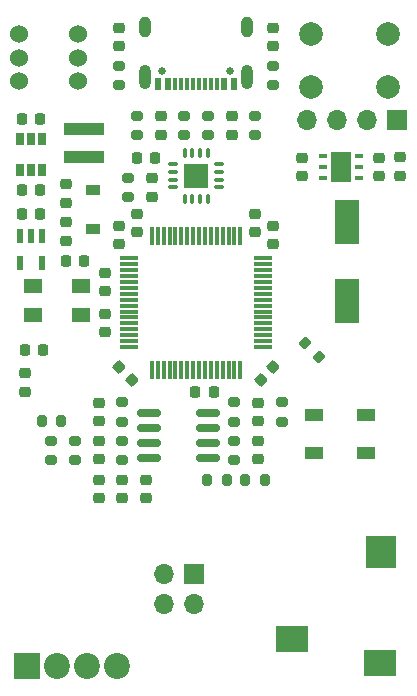
<source format=gts>
G04 #@! TF.GenerationSoftware,KiCad,Pcbnew,7.0.5-7.0.5~ubuntu22.04.1*
G04 #@! TF.CreationDate,2023-06-24T11:50:08+02:00*
G04 #@! TF.ProjectId,Signal Generator,5369676e-616c-4204-9765-6e657261746f,2*
G04 #@! TF.SameCoordinates,Original*
G04 #@! TF.FileFunction,Soldermask,Top*
G04 #@! TF.FilePolarity,Negative*
%FSLAX46Y46*%
G04 Gerber Fmt 4.6, Leading zero omitted, Abs format (unit mm)*
G04 Created by KiCad (PCBNEW 7.0.5-7.0.5~ubuntu22.04.1) date 2023-06-24 11:50:08*
%MOMM*%
%LPD*%
G01*
G04 APERTURE LIST*
G04 Aperture macros list*
%AMRoundRect*
0 Rectangle with rounded corners*
0 $1 Rounding radius*
0 $2 $3 $4 $5 $6 $7 $8 $9 X,Y pos of 4 corners*
0 Add a 4 corners polygon primitive as box body*
4,1,4,$2,$3,$4,$5,$6,$7,$8,$9,$2,$3,0*
0 Add four circle primitives for the rounded corners*
1,1,$1+$1,$2,$3*
1,1,$1+$1,$4,$5*
1,1,$1+$1,$6,$7*
1,1,$1+$1,$8,$9*
0 Add four rect primitives between the rounded corners*
20,1,$1+$1,$2,$3,$4,$5,0*
20,1,$1+$1,$4,$5,$6,$7,0*
20,1,$1+$1,$6,$7,$8,$9,0*
20,1,$1+$1,$8,$9,$2,$3,0*%
G04 Aperture macros list end*
%ADD10RoundRect,0.218750X-0.256250X0.218750X-0.256250X-0.218750X0.256250X-0.218750X0.256250X0.218750X0*%
%ADD11RoundRect,0.225000X-0.250000X0.225000X-0.250000X-0.225000X0.250000X-0.225000X0.250000X0.225000X0*%
%ADD12RoundRect,0.075000X0.350000X0.075000X-0.350000X0.075000X-0.350000X-0.075000X0.350000X-0.075000X0*%
%ADD13RoundRect,0.075000X0.075000X0.350000X-0.075000X0.350000X-0.075000X-0.350000X0.075000X-0.350000X0*%
%ADD14R,2.100000X2.100000*%
%ADD15RoundRect,0.200000X-0.200000X-0.275000X0.200000X-0.275000X0.200000X0.275000X-0.200000X0.275000X0*%
%ADD16RoundRect,0.225000X-0.225000X-0.250000X0.225000X-0.250000X0.225000X0.250000X-0.225000X0.250000X0*%
%ADD17RoundRect,0.050000X0.250000X0.500000X-0.250000X0.500000X-0.250000X-0.500000X0.250000X-0.500000X0*%
%ADD18RoundRect,0.225000X0.250000X-0.225000X0.250000X0.225000X-0.250000X0.225000X-0.250000X-0.225000X0*%
%ADD19R,3.400000X0.980000*%
%ADD20RoundRect,0.200000X-0.275000X0.200000X-0.275000X-0.200000X0.275000X-0.200000X0.275000X0.200000X0*%
%ADD21RoundRect,0.225000X0.225000X0.250000X-0.225000X0.250000X-0.225000X-0.250000X0.225000X-0.250000X0*%
%ADD22C,0.650000*%
%ADD23R,0.600000X1.030000*%
%ADD24R,0.300000X1.030000*%
%ADD25O,1.000000X2.100000*%
%ADD26O,1.000000X1.800000*%
%ADD27RoundRect,0.200000X0.275000X-0.200000X0.275000X0.200000X-0.275000X0.200000X-0.275000X-0.200000X0*%
%ADD28R,2.050000X3.800000*%
%ADD29RoundRect,0.200000X0.200000X0.275000X-0.200000X0.275000X-0.200000X-0.275000X0.200000X-0.275000X0*%
%ADD30RoundRect,0.225000X0.017678X-0.335876X0.335876X-0.017678X-0.017678X0.335876X-0.335876X0.017678X0*%
%ADD31R,0.600000X1.200000*%
%ADD32R,1.220000X0.910000*%
%ADD33C,0.001000*%
%ADD34R,2.800000X2.200000*%
%ADD35R,2.600000X2.800000*%
%ADD36R,0.800000X0.400000*%
%ADD37R,1.750000X2.500000*%
%ADD38RoundRect,0.150000X0.825000X0.150000X-0.825000X0.150000X-0.825000X-0.150000X0.825000X-0.150000X0*%
%ADD39R,1.700000X1.700000*%
%ADD40O,1.700000X1.700000*%
%ADD41C,2.000000*%
%ADD42R,2.200000X2.200000*%
%ADD43C,2.200000*%
%ADD44R,1.600000X1.100000*%
%ADD45C,1.524000*%
%ADD46RoundRect,0.200000X-0.335876X-0.053033X-0.053033X-0.335876X0.335876X0.053033X0.053033X0.335876X0*%
%ADD47RoundRect,0.075000X-0.700000X-0.075000X0.700000X-0.075000X0.700000X0.075000X-0.700000X0.075000X0*%
%ADD48RoundRect,0.075000X-0.075000X-0.700000X0.075000X-0.700000X0.075000X0.700000X-0.075000X0.700000X0*%
%ADD49R,1.600000X1.300000*%
%ADD50RoundRect,0.225000X0.335876X0.017678X0.017678X0.335876X-0.335876X-0.017678X-0.017678X-0.335876X0*%
G04 APERTURE END LIST*
D10*
X113500000Y-99712500D03*
X113500000Y-101287500D03*
D11*
X104000000Y-107225000D03*
X104000000Y-108775000D03*
D12*
X108950000Y-113225000D03*
X108950000Y-112575000D03*
X108950000Y-111925000D03*
X108950000Y-111275000D03*
D13*
X107975000Y-110300000D03*
X107325000Y-110300000D03*
X106675000Y-110300000D03*
X106025000Y-110300000D03*
D12*
X105050000Y-111275000D03*
X105050000Y-111925000D03*
X105050000Y-112575000D03*
X105050000Y-113225000D03*
D13*
X106025000Y-114200000D03*
X106675000Y-114200000D03*
X107325000Y-114200000D03*
X107975000Y-114200000D03*
D14*
X107000000Y-112250000D03*
D15*
X107925000Y-138000000D03*
X109575000Y-138000000D03*
D16*
X96000000Y-119475000D03*
X97550000Y-119475000D03*
D17*
X92075000Y-111775000D03*
X93025000Y-111775000D03*
X93975000Y-111775000D03*
X93975000Y-109175000D03*
X93025000Y-109175000D03*
X92075000Y-109175000D03*
D18*
X103250000Y-114025000D03*
X103250000Y-112475000D03*
D19*
X97525000Y-108290000D03*
X97525000Y-110660000D03*
D20*
X106000000Y-107175000D03*
X106000000Y-108825000D03*
D21*
X103525000Y-110750000D03*
X101975000Y-110750000D03*
D16*
X92250000Y-113500000D03*
X93800000Y-113500000D03*
D11*
X98750000Y-134725000D03*
X98750000Y-136275000D03*
D22*
X109890000Y-103380000D03*
X104110000Y-103380000D03*
D23*
X110200000Y-104515000D03*
X109400000Y-104515000D03*
D24*
X108250000Y-104515000D03*
X107250000Y-104515000D03*
X106750000Y-104515000D03*
X105750000Y-104515000D03*
D23*
X104600000Y-104515000D03*
X103800000Y-104515000D03*
X103800000Y-104515000D03*
X104600000Y-104515000D03*
D24*
X105250000Y-104515000D03*
X106250000Y-104515000D03*
X107750000Y-104515000D03*
X108750000Y-104515000D03*
D23*
X109400000Y-104515000D03*
X110200000Y-104515000D03*
D25*
X111320000Y-103880000D03*
D26*
X111320000Y-99700000D03*
D25*
X102680000Y-103880000D03*
D26*
X102680000Y-99700000D03*
D27*
X96750000Y-136325000D03*
X96750000Y-134675000D03*
D11*
X124250000Y-110700000D03*
X124250000Y-112250000D03*
D27*
X101250000Y-114075000D03*
X101250000Y-112425000D03*
D28*
X119750000Y-122850000D03*
X119750000Y-116150000D03*
D29*
X95575000Y-133000000D03*
X93925000Y-133000000D03*
D30*
X112451992Y-129548008D03*
X113548008Y-128451992D03*
D15*
X111175000Y-138000000D03*
X112825000Y-138000000D03*
D18*
X112250000Y-133025000D03*
X112250000Y-131475000D03*
D31*
X92075000Y-119625000D03*
X93975000Y-117325000D03*
X93025000Y-117325000D03*
X92075000Y-117325000D03*
X93975000Y-119625000D03*
D20*
X100750000Y-134675000D03*
X100750000Y-136325000D03*
D18*
X113500000Y-118075000D03*
X113500000Y-116525000D03*
D32*
X98275000Y-116735000D03*
X98275000Y-113465000D03*
D20*
X102000000Y-107175000D03*
X102000000Y-108825000D03*
X110250000Y-131425000D03*
X110250000Y-133075000D03*
X94750000Y-134675000D03*
X94750000Y-136325000D03*
D33*
X118837500Y-152400000D03*
X118837500Y-145400000D03*
D34*
X115137500Y-151500000D03*
X122537500Y-153500000D03*
D35*
X122637500Y-144100000D03*
D27*
X100500000Y-104575000D03*
X100500000Y-102925000D03*
D11*
X102750000Y-137975000D03*
X102750000Y-139525000D03*
D18*
X99300000Y-122025000D03*
X99300000Y-120475000D03*
X122500000Y-112275000D03*
X122500000Y-110725000D03*
D11*
X98750000Y-131475000D03*
X98750000Y-133025000D03*
X92500000Y-128975000D03*
X92500000Y-130525000D03*
D27*
X114250000Y-133075000D03*
X114250000Y-131425000D03*
D16*
X92475000Y-127000000D03*
X94025000Y-127000000D03*
D21*
X108475000Y-130600000D03*
X106925000Y-130600000D03*
D36*
X117750000Y-110550000D03*
X117750000Y-111500000D03*
X117750000Y-112450000D03*
X120750000Y-112450000D03*
X120750000Y-111500000D03*
X120750000Y-110550000D03*
D37*
X119250000Y-111500000D03*
D18*
X100500000Y-118075000D03*
X100500000Y-116525000D03*
D20*
X110250000Y-134675000D03*
X110250000Y-136325000D03*
D27*
X108000000Y-108825000D03*
X108000000Y-107175000D03*
D18*
X102000000Y-117025000D03*
X102000000Y-115475000D03*
D38*
X107975000Y-136155000D03*
X107975000Y-134885000D03*
X107975000Y-133615000D03*
X107975000Y-132345000D03*
X103025000Y-132345000D03*
X103025000Y-133615000D03*
X103025000Y-134885000D03*
X103025000Y-136155000D03*
D16*
X92250000Y-115475000D03*
X93800000Y-115475000D03*
D21*
X93800000Y-107475000D03*
X92250000Y-107475000D03*
D27*
X112000000Y-108825000D03*
X112000000Y-107175000D03*
D10*
X100500000Y-99712500D03*
X100500000Y-101287500D03*
D11*
X110000000Y-107225000D03*
X110000000Y-108775000D03*
X98750000Y-137975000D03*
X98750000Y-139525000D03*
X96025000Y-112975000D03*
X96025000Y-114525000D03*
D20*
X113500000Y-102925000D03*
X113500000Y-104575000D03*
D39*
X106840000Y-145960000D03*
D40*
X106840000Y-148500000D03*
X104300000Y-145960000D03*
X104300000Y-148500000D03*
D41*
X116750000Y-100250000D03*
X123250000Y-100250000D03*
X116750000Y-104750000D03*
X123250000Y-104750000D03*
D11*
X116000000Y-110725000D03*
X116000000Y-112275000D03*
D42*
X92685000Y-153800000D03*
D43*
X95225000Y-153800000D03*
X97765000Y-153800000D03*
X100305000Y-153800000D03*
D11*
X100750000Y-137975000D03*
X100750000Y-139525000D03*
D44*
X116950000Y-132550000D03*
X116950000Y-135750000D03*
X121350000Y-135750000D03*
X121350000Y-132550000D03*
D18*
X96025000Y-117750000D03*
X96025000Y-116200000D03*
D45*
X92000000Y-100250000D03*
X97000000Y-100250000D03*
X92000000Y-102250000D03*
X97000000Y-102250000D03*
X92000000Y-104250000D03*
X97000000Y-104250000D03*
D27*
X100750000Y-133075000D03*
X100750000Y-131425000D03*
D18*
X112000000Y-117025000D03*
X112000000Y-115475000D03*
D11*
X99300000Y-123975000D03*
X99300000Y-125525000D03*
D46*
X116256637Y-126416637D03*
X117423363Y-127583363D03*
D47*
X101325000Y-119250000D03*
X101325000Y-119750000D03*
X101325000Y-120250000D03*
X101325000Y-120750000D03*
X101325000Y-121250000D03*
X101325000Y-121750000D03*
X101325000Y-122250000D03*
X101325000Y-122750000D03*
X101325000Y-123250000D03*
X101325000Y-123750000D03*
X101325000Y-124250000D03*
X101325000Y-124750000D03*
X101325000Y-125250000D03*
X101325000Y-125750000D03*
X101325000Y-126250000D03*
X101325000Y-126750000D03*
D48*
X103250000Y-128675000D03*
X103750000Y-128675000D03*
X104250000Y-128675000D03*
X104750000Y-128675000D03*
X105250000Y-128675000D03*
X105750000Y-128675000D03*
X106250000Y-128675000D03*
X106750000Y-128675000D03*
X107250000Y-128675000D03*
X107750000Y-128675000D03*
X108250000Y-128675000D03*
X108750000Y-128675000D03*
X109250000Y-128675000D03*
X109750000Y-128675000D03*
X110250000Y-128675000D03*
X110750000Y-128675000D03*
D47*
X112675000Y-126750000D03*
X112675000Y-126250000D03*
X112675000Y-125750000D03*
X112675000Y-125250000D03*
X112675000Y-124750000D03*
X112675000Y-124250000D03*
X112675000Y-123750000D03*
X112675000Y-123250000D03*
X112675000Y-122750000D03*
X112675000Y-122250000D03*
X112675000Y-121750000D03*
X112675000Y-121250000D03*
X112675000Y-120750000D03*
X112675000Y-120250000D03*
X112675000Y-119750000D03*
X112675000Y-119250000D03*
D48*
X110750000Y-117325000D03*
X110250000Y-117325000D03*
X109750000Y-117325000D03*
X109250000Y-117325000D03*
X108750000Y-117325000D03*
X108250000Y-117325000D03*
X107750000Y-117325000D03*
X107250000Y-117325000D03*
X106750000Y-117325000D03*
X106250000Y-117325000D03*
X105750000Y-117325000D03*
X105250000Y-117325000D03*
X104750000Y-117325000D03*
X104250000Y-117325000D03*
X103750000Y-117325000D03*
X103250000Y-117325000D03*
D49*
X93150000Y-124050000D03*
X97250000Y-124050000D03*
X97250000Y-121550000D03*
X93150000Y-121550000D03*
D50*
X101548008Y-129548008D03*
X100451992Y-128451992D03*
D11*
X112250000Y-134725000D03*
X112250000Y-136275000D03*
D39*
X124040000Y-107500000D03*
D40*
X121500000Y-107500000D03*
X118960000Y-107500000D03*
X116420000Y-107500000D03*
M02*

</source>
